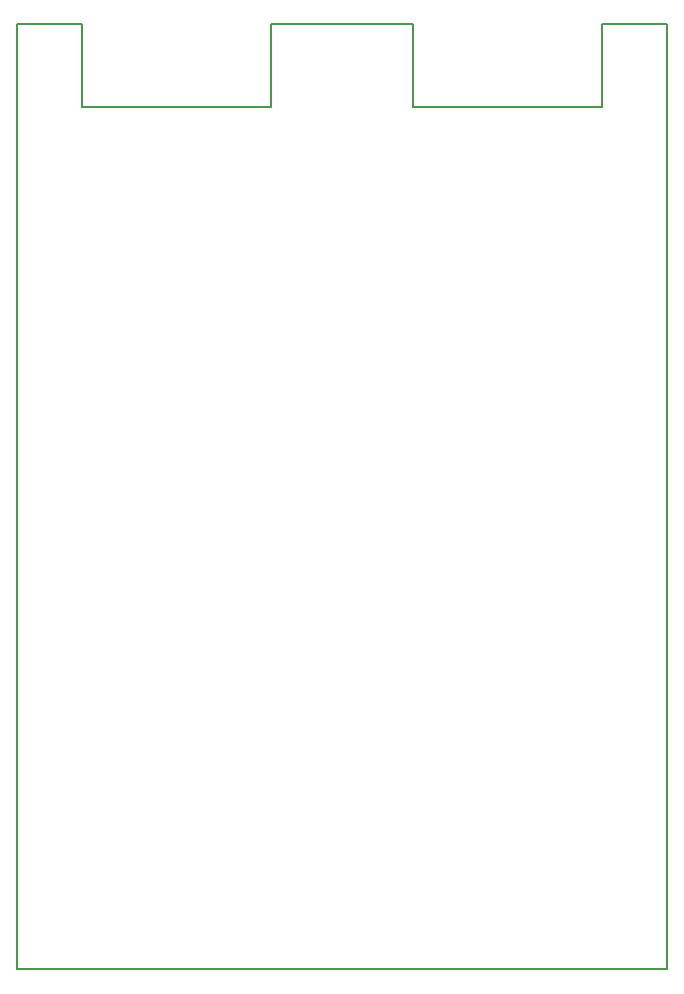
<source format=gm1>
%TF.GenerationSoftware,KiCad,Pcbnew,6.0.11-3.fc37*%
%TF.CreationDate,2023-08-14T12:31:01+01:00*%
%TF.ProjectId,kitchen-led-strips,6b697463-6865-46e2-9d6c-65642d737472,1.0*%
%TF.SameCoordinates,Original*%
%TF.FileFunction,Profile,NP*%
%FSLAX46Y46*%
G04 Gerber Fmt 4.6, Leading zero omitted, Abs format (unit mm)*
G04 Created by KiCad (PCBNEW 6.0.11-3.fc37) date 2023-08-14 12:31:01*
%MOMM*%
%LPD*%
G01*
G04 APERTURE LIST*
%TA.AperFunction,Profile*%
%ADD10C,0.200000*%
%TD*%
G04 APERTURE END LIST*
D10*
X178000000Y-107000000D02*
X194000000Y-107000000D01*
X194000000Y-100000000D01*
X206000000Y-100000000D01*
X206000000Y-107000000D01*
X222000000Y-107000000D01*
X222000000Y-100000000D01*
X227500000Y-100000000D01*
X227500000Y-180000000D01*
X172500000Y-180000000D01*
X172500000Y-100000000D01*
X178000000Y-100000000D01*
X178000000Y-107000000D01*
M02*

</source>
